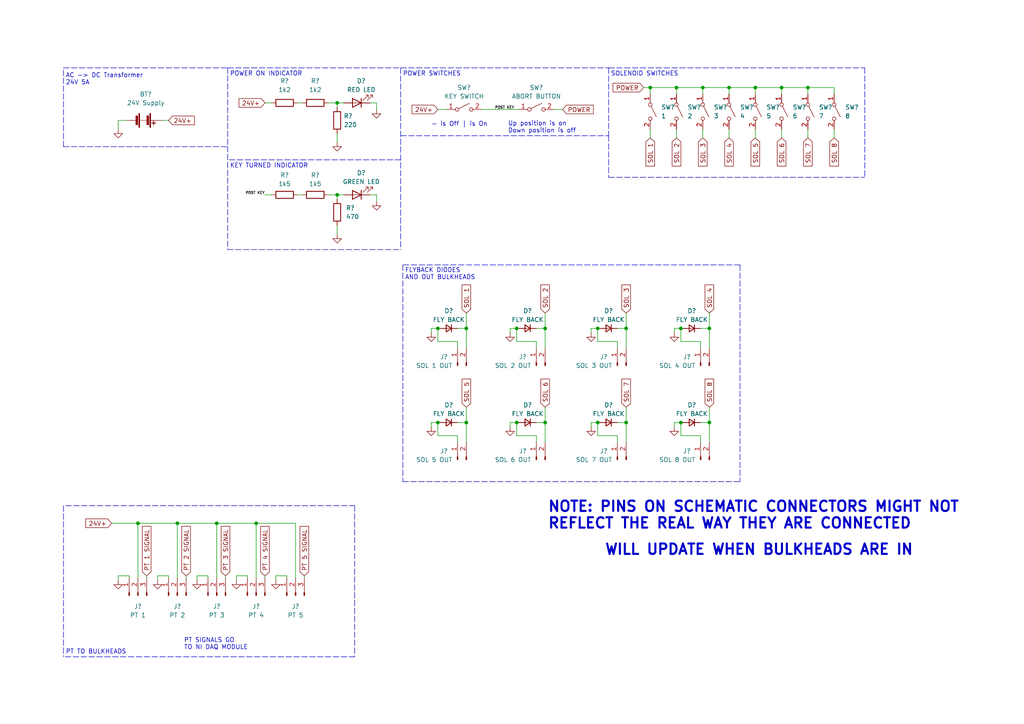
<source format=kicad_sch>
(kicad_sch (version 20211123) (generator eeschema)
  (paper "A4")
  (lib_symbols
    (symbol "Connector:Conn_01x02_Male" (pin_names (offset 1.016) hide)
      (property "Reference" "J" (at 0 2.54 0))
      (property "Value" "Conn_01x02_Male" (at 0 -5.08 0))
      (symbol "Conn_01x02_Male_1_1"
        (polyline (pts (xy 1.27 -2.54) (xy 0.8636 -2.54)) (stroke (width 0.1524)))
        (polyline (pts (xy 1.27 0) (xy 0.8636 0)) (stroke (width 0.1524)))
        (rectangle (start 0.8636 -2.413) (end 0 -2.667) (stroke (width 0.1524)) (fill (type outline)))
        (rectangle (start 0.8636 0.127) (end 0 -0.127) (stroke (width 0.1524)) (fill (type outline)))
        (pin passive line (at 5.08 0 180) (length 3.81) (name "Pin_1") (number "1"))
        (pin passive line (at 5.08 -2.54 180) (length 3.81) (name "Pin_2") (number "2"))
      )
    )
    (symbol "Connector:Conn_01x03_Male" (pin_names (offset 1.016) hide)
      (property "Reference" "J" (at 0 5.08 0))
      (property "Value" "Conn_01x03_Male" (at 0 -5.08 0))
      (symbol "Conn_01x03_Male_1_1"
        (polyline (pts (xy 1.27 -2.54) (xy 0.8636 -2.54)) (stroke (width 0.1524)))
        (polyline (pts (xy 1.27 0) (xy 0.8636 0)) (stroke (width 0.1524)))
        (polyline (pts (xy 1.27 2.54) (xy 0.8636 2.54)) (stroke (width 0.1524)))
        (rectangle (start 0.8636 -2.413) (end 0 -2.667) (stroke (width 0.1524)) (fill (type outline)))
        (rectangle (start 0.8636 0.127) (end 0 -0.127) (stroke (width 0.1524)) (fill (type outline)))
        (rectangle (start 0.8636 2.667) (end 0 2.413) (stroke (width 0.1524)) (fill (type outline)))
        (pin passive line (at 5.08 2.54 180) (length 3.81) (name "Pin_1") (number "1"))
        (pin passive line (at 5.08 0 180) (length 3.81) (name "Pin_2") (number "2"))
        (pin passive line (at 5.08 -2.54 180) (length 3.81) (name "Pin_3") (number "3"))
      )
    )
    (symbol "Device:Battery" (pin_numbers hide) (pin_names (offset 0) hide)
      (property "Reference" "BT" (at 2.54 2.54 0))
      (property "Value" "Battery" (at 2.54 0 0))
      (symbol "Battery_0_1"
        (rectangle (start -2.032 -1.397) (end 2.032 -1.651) (fill (type outline)))
        (rectangle (start -2.032 1.778) (end 2.032 1.524) (fill (type outline)))
        (rectangle (start -1.3208 -1.9812) (end 1.27 -2.4892) (fill (type outline)))
        (rectangle (start -1.3208 1.1938) (end 1.27 0.6858) (fill (type outline)))
        (polyline (pts (xy 0 -1.524) (xy 0 -1.27)))
        (polyline (pts (xy 0 -1.016) (xy 0 -0.762)))
        (polyline (pts (xy 0 -0.508) (xy 0 -0.254)))
        (polyline (pts (xy 0 0) (xy 0 0.254)))
        (polyline (pts (xy 0 0.508) (xy 0 0.762)))
        (polyline (pts (xy 0 1.778) (xy 0 2.54)))
        (polyline (pts (xy 0.254 2.667) (xy 1.27 2.667)) (stroke (width 0.254)))
        (polyline (pts (xy 0.762 3.175) (xy 0.762 2.159)) (stroke (width 0.254)))
      )
      (symbol "Battery_1_1"
        (pin passive line (at 0 5.08 270) (length 2.54) (name "+") (number "1"))
        (pin passive line (at 0 -5.08 90) (length 2.54) (name "-") (number "2"))
      )
    )
    (symbol "Device:D_Small" (pin_numbers hide) (pin_names (offset 0.254) hide)
      (property "Reference" "D" (at -1.27 2.032 0))
      (property "Value" "D_Small" (at -3.81 -2.032 0))
      (symbol "D_Small_0_1"
        (polyline (pts (xy -0.762 -1.016) (xy -0.762 1.016)) (stroke (width 0.254)))
        (polyline (pts (xy -0.762 0) (xy 0.762 0)))
        (polyline (pts (xy 0.762 -1.016) (xy -0.762 0) (xy 0.762 1.016) (xy 0.762 -1.016)) (stroke (width 0.254)))
      )
      (symbol "D_Small_1_1"
        (pin passive line (at -2.54 0 0) (length 1.778) (name "K") (number "1"))
        (pin passive line (at 2.54 0 180) (length 1.778) (name "A") (number "2"))
      )
    )
    (symbol "Device:LED" (pin_numbers hide) (pin_names (offset 1.016) hide)
      (property "Reference" "D" (at 0 2.54 0))
      (property "Value" "LED" (at 0 -2.54 0))
      (symbol "LED_0_1"
        (polyline (pts (xy -1.27 -1.27) (xy -1.27 1.27)) (stroke (width 0.254)))
        (polyline (pts (xy -1.27 0) (xy 1.27 0)))
        (polyline (pts (xy 1.27 -1.27) (xy 1.27 1.27) (xy -1.27 0) (xy 1.27 -1.27)) (stroke (width 0.254)))
        (polyline (pts (xy -3.048 -0.762) (xy -4.572 -2.286) (xy -3.81 -2.286) (xy -4.572 -2.286) (xy -4.572 -1.524)))
        (polyline (pts (xy -1.778 -0.762) (xy -3.302 -2.286) (xy -2.54 -2.286) (xy -3.302 -2.286) (xy -3.302 -1.524)))
      )
      (symbol "LED_1_1"
        (pin passive line (at -3.81 0 0) (length 2.54) (name "K") (number "1"))
        (pin passive line (at 3.81 0 180) (length 2.54) (name "A") (number "2"))
      )
    )
    (symbol "Device:R" (pin_numbers hide) (pin_names (offset 0))
      (property "Reference" "R" (at 2.032 0 90))
      (property "Value" "R" (at 0 0 90))
      (symbol "R_0_1"
        (rectangle (start -1.016 -2.54) (end 1.016 2.54) (stroke (width 0.254)))
      )
      (symbol "R_1_1"
        (pin passive line (at 0 3.81 270) (length 1.27) (name "~") (number "1"))
        (pin passive line (at 0 -3.81 90) (length 1.27) (name "~") (number "2"))
      )
    )
    (symbol "Switch:SW_SPST" (pin_names (offset 0) hide)
      (property "Reference" "SW" (at 0 3.175 0))
      (property "Value" "SW_SPST" (at 0 -2.54 0))
      (symbol "SW_SPST_0_0"
        (circle (center -2.032 0) (radius 0.508))
        (polyline (pts (xy -1.524 0.254) (xy 1.524 1.778)))
        (circle (center 2.032 0) (radius 0.508))
      )
      (symbol "SW_SPST_1_1"
        (pin passive line (at -5.08 0 0) (length 2.54) (name "A") (number "1"))
        (pin passive line (at 5.08 0 180) (length 2.54) (name "B") (number "2"))
      )
    )
    (symbol "power:GND" (power) (pin_names (offset 0))
      (property "Value" "GND" (at 0 -3.81 0))
      (symbol "GND_0_1"
        (polyline (pts (xy 0 0) (xy 0 -1.27) (xy 1.27 -1.27) (xy 0 -2.54) (xy -1.27 -1.27) (xy 0 -1.27)))
      )
      (symbol "GND_1_1"
        (pin power_in line (at 0 0 270) (length 0) hide (name "GND") (number "1"))
      )
    )
  )
  (junction (at 188.595 25.4))
  (junction (at 196.215 25.4))
  (junction (at 127 122.555))
  (junction (at 74.295 151.765))
  (junction (at 197.485 95.25))
  (junction (at 226.695 25.4))
  (junction (at 158.115 95.25))
  (junction (at 135.255 122.555))
  (junction (at 149.86 95.25))
  (junction (at 51.435 151.765))
  (junction (at 205.74 122.555))
  (junction (at 203.835 25.4))
  (junction (at 173.355 95.25))
  (junction (at 181.61 122.555))
  (junction (at 173.355 122.555))
  (junction (at 62.865 151.765))
  (junction (at 205.74 95.25))
  (junction (at 181.61 95.25))
  (junction (at 149.86 122.555))
  (junction (at 127 95.25))
  (junction (at 97.79 29.845))
  (junction (at 219.075 25.4))
  (junction (at 158.115 122.555))
  (junction (at 197.485 122.555))
  (junction (at 234.315 25.4))
  (junction (at 97.79 56.515))
  (junction (at 211.455 25.4))
  (junction (at 40.005 151.765))
  (junction (at 135.255 95.25))
  (wire (pts (xy 196.215 25.4) (xy 203.835 25.4)))
  (wire (pts (xy 173.355 122.555) (xy 171.45 122.555)))
  (wire (pts (xy 135.255 118.11) (xy 135.255 122.555)))
  (wire (pts (xy 203.2 126.365) (xy 197.485 126.365)))
  (polyline (pts (xy 102.87 190.5) (xy 18.415 190.5)))
  (wire (pts (xy 62.865 151.765) (xy 51.435 151.765)))
  (wire (pts (xy 155.575 99.06) (xy 149.86 99.06)))
  (wire (pts (xy 181.61 118.11) (xy 181.61 122.555)))
  (wire (pts (xy 74.295 151.765) (xy 74.295 167.64)))
  (polyline (pts (xy 116.205 19.685) (xy 116.205 72.39)))
  (wire (pts (xy 197.485 95.25) (xy 195.58 95.25)))
  (wire (pts (xy 234.315 25.4) (xy 241.935 25.4)))
  (wire (pts (xy 127 122.555) (xy 125.095 122.555)))
  (wire (pts (xy 57.15 167.005) (xy 57.15 168.275)))
  (wire (pts (xy 71.755 167.64) (xy 71.755 167.005)))
  (wire (pts (xy 173.99 95.25) (xy 173.355 95.25)))
  (wire (pts (xy 62.865 151.765) (xy 62.865 167.64)))
  (wire (pts (xy 51.435 151.765) (xy 51.435 167.64)))
  (wire (pts (xy 74.295 151.765) (xy 62.865 151.765)))
  (wire (pts (xy 60.325 167.64) (xy 60.325 167.005)))
  (wire (pts (xy 149.86 95.25) (xy 147.955 95.25)))
  (wire (pts (xy 219.075 25.4) (xy 226.695 25.4)))
  (wire (pts (xy 147.955 122.555) (xy 147.955 123.825)))
  (wire (pts (xy 65.405 167.005) (xy 65.405 167.64)))
  (wire (pts (xy 40.005 151.765) (xy 32.385 151.765)))
  (wire (pts (xy 40.005 151.765) (xy 40.005 167.64)))
  (wire (pts (xy 149.86 126.365) (xy 149.86 122.555)))
  (wire (pts (xy 97.79 38.735) (xy 97.79 41.275)))
  (wire (pts (xy 83.185 167.64) (xy 83.185 167.005)))
  (polyline (pts (xy 116.205 46.355) (xy 66.04 46.355)))
  (wire (pts (xy 211.455 37.465) (xy 211.455 40.005)))
  (wire (pts (xy 135.255 95.25) (xy 135.255 100.965)))
  (wire (pts (xy 241.935 37.465) (xy 241.935 40.005)))
  (wire (pts (xy 139.7 31.75) (xy 150.495 31.75)))
  (wire (pts (xy 195.58 95.25) (xy 195.58 96.52)))
  (wire (pts (xy 45.72 167.005) (xy 45.72 168.275)))
  (wire (pts (xy 203.2 100.965) (xy 203.2 99.06)))
  (wire (pts (xy 158.115 90.805) (xy 158.115 95.25)))
  (polyline (pts (xy 250.825 19.685) (xy 250.825 51.435)))
  (polyline (pts (xy 66.04 72.39) (xy 116.205 72.39)))
  (wire (pts (xy 173.355 126.365) (xy 173.355 122.555)))
  (wire (pts (xy 158.115 95.25) (xy 158.115 100.965)))
  (wire (pts (xy 107.315 56.515) (xy 109.22 56.515)))
  (polyline (pts (xy 176.53 51.435) (xy 250.825 51.435)))
  (wire (pts (xy 197.485 122.555) (xy 195.58 122.555)))
  (wire (pts (xy 211.455 25.4) (xy 211.455 27.305)))
  (wire (pts (xy 127.635 122.555) (xy 127 122.555)))
  (wire (pts (xy 155.575 100.965) (xy 155.575 99.06)))
  (wire (pts (xy 198.12 95.25) (xy 197.485 95.25)))
  (wire (pts (xy 197.485 126.365) (xy 197.485 122.555)))
  (wire (pts (xy 173.99 122.555) (xy 173.355 122.555)))
  (polyline (pts (xy 214.63 76.835) (xy 116.84 76.835)))
  (wire (pts (xy 127.635 95.25) (xy 127 95.25)))
  (wire (pts (xy 196.215 37.465) (xy 196.215 40.005)))
  (wire (pts (xy 205.74 90.805) (xy 205.74 95.25)))
  (wire (pts (xy 173.355 99.06) (xy 173.355 95.25)))
  (wire (pts (xy 226.695 25.4) (xy 226.695 27.305)))
  (wire (pts (xy 88.265 167.005) (xy 88.265 167.64)))
  (wire (pts (xy 158.115 118.11) (xy 158.115 122.555)))
  (wire (pts (xy 219.075 37.465) (xy 219.075 40.005)))
  (wire (pts (xy 160.655 31.75) (xy 163.195 31.75)))
  (wire (pts (xy 241.935 25.4) (xy 241.935 27.305)))
  (wire (pts (xy 197.485 99.06) (xy 197.485 95.25)))
  (wire (pts (xy 181.61 122.555) (xy 181.61 128.27)))
  (wire (pts (xy 86.36 56.515) (xy 87.63 56.515)))
  (polyline (pts (xy 176.53 19.685) (xy 176.53 39.37)))
  (polyline (pts (xy 19.05 146.685) (xy 102.87 146.685)))
  (wire (pts (xy 203.2 99.06) (xy 197.485 99.06)))
  (wire (pts (xy 85.725 167.64) (xy 85.725 151.765)))
  (wire (pts (xy 179.07 99.06) (xy 173.355 99.06)))
  (wire (pts (xy 179.07 95.25) (xy 181.61 95.25)))
  (wire (pts (xy 150.495 122.555) (xy 149.86 122.555)))
  (polyline (pts (xy 18.415 19.685) (xy 66.04 19.685)))
  (wire (pts (xy 125.095 122.555) (xy 125.095 123.825)))
  (wire (pts (xy 203.835 25.4) (xy 203.835 27.305)))
  (wire (pts (xy 127 95.25) (xy 125.095 95.25)))
  (polyline (pts (xy 214.63 76.835) (xy 214.63 139.7)))
  (wire (pts (xy 155.575 126.365) (xy 149.86 126.365)))
  (wire (pts (xy 188.595 37.465) (xy 188.595 40.005)))
  (wire (pts (xy 71.755 167.005) (xy 68.58 167.005)))
  (wire (pts (xy 188.595 25.4) (xy 196.215 25.4)))
  (wire (pts (xy 196.215 27.305) (xy 196.215 25.4)))
  (wire (pts (xy 186.69 25.4) (xy 188.595 25.4)))
  (wire (pts (xy 155.575 95.25) (xy 158.115 95.25)))
  (wire (pts (xy 219.075 25.4) (xy 219.075 27.305)))
  (wire (pts (xy 155.575 122.555) (xy 158.115 122.555)))
  (wire (pts (xy 171.45 122.555) (xy 171.45 123.825)))
  (wire (pts (xy 125.095 95.25) (xy 125.095 96.52)))
  (wire (pts (xy 76.835 167.005) (xy 76.835 167.64)))
  (wire (pts (xy 181.61 90.805) (xy 181.61 95.25)))
  (wire (pts (xy 109.22 29.845) (xy 109.22 31.75)))
  (wire (pts (xy 188.595 25.4) (xy 188.595 27.305)))
  (wire (pts (xy 46.99 34.925) (xy 48.895 34.925)))
  (wire (pts (xy 234.315 25.4) (xy 234.315 27.305)))
  (wire (pts (xy 76.835 56.515) (xy 78.74 56.515)))
  (wire (pts (xy 80.01 167.005) (xy 80.01 168.275)))
  (wire (pts (xy 83.185 167.005) (xy 80.01 167.005)))
  (polyline (pts (xy 116.205 39.37) (xy 176.53 39.37)))
  (wire (pts (xy 179.07 122.555) (xy 181.61 122.555)))
  (wire (pts (xy 68.58 167.005) (xy 68.58 168.275)))
  (polyline (pts (xy 18.415 42.545) (xy 66.04 42.545)))
  (wire (pts (xy 203.2 95.25) (xy 205.74 95.25)))
  (wire (pts (xy 76.835 29.845) (xy 78.74 29.845)))
  (polyline (pts (xy 176.53 39.37) (xy 176.53 51.435)))
  (wire (pts (xy 147.955 95.25) (xy 147.955 96.52)))
  (polyline (pts (xy 116.205 19.685) (xy 176.53 19.685)))
  (wire (pts (xy 95.25 56.515) (xy 97.79 56.515)))
  (wire (pts (xy 179.07 128.27) (xy 179.07 126.365)))
  (wire (pts (xy 48.895 167.005) (xy 45.72 167.005)))
  (polyline (pts (xy 116.84 76.835) (xy 116.84 139.7)))
  (wire (pts (xy 226.695 25.4) (xy 234.315 25.4)))
  (wire (pts (xy 34.29 34.925) (xy 34.29 37.465)))
  (wire (pts (xy 158.115 122.555) (xy 158.115 128.27)))
  (wire (pts (xy 179.07 100.965) (xy 179.07 99.06)))
  (wire (pts (xy 179.07 126.365) (xy 173.355 126.365)))
  (polyline (pts (xy 66.04 46.99) (xy 66.04 72.39)))
  (wire (pts (xy 149.86 122.555) (xy 147.955 122.555)))
  (wire (pts (xy 51.435 151.765) (xy 40.005 151.765)))
  (wire (pts (xy 203.2 128.27) (xy 203.2 126.365)))
  (wire (pts (xy 234.315 37.465) (xy 234.315 40.005)))
  (wire (pts (xy 173.355 95.25) (xy 171.45 95.25)))
  (polyline (pts (xy 66.04 46.355) (xy 66.04 42.545)))
  (wire (pts (xy 226.695 37.465) (xy 226.695 40.005)))
  (wire (pts (xy 97.79 56.515) (xy 99.695 56.515)))
  (wire (pts (xy 97.79 56.515) (xy 97.79 57.785)))
  (wire (pts (xy 132.715 126.365) (xy 127 126.365)))
  (wire (pts (xy 132.715 99.06) (xy 127 99.06)))
  (wire (pts (xy 155.575 128.27) (xy 155.575 126.365)))
  (wire (pts (xy 205.74 95.25) (xy 205.74 100.965)))
  (wire (pts (xy 203.835 25.4) (xy 211.455 25.4)))
  (wire (pts (xy 97.79 65.405) (xy 97.79 67.945)))
  (wire (pts (xy 37.465 167.64) (xy 37.465 167.005)))
  (wire (pts (xy 34.29 167.005) (xy 34.29 168.275)))
  (wire (pts (xy 60.325 167.005) (xy 57.15 167.005)))
  (polyline (pts (xy 18.415 146.685) (xy 18.415 190.5)))
  (wire (pts (xy 211.455 25.4) (xy 219.075 25.4)))
  (wire (pts (xy 127 31.75) (xy 129.54 31.75)))
  (polyline (pts (xy 66.04 19.685) (xy 66.04 42.545)))
  (wire (pts (xy 135.255 122.555) (xy 135.255 128.27)))
  (wire (pts (xy 107.315 29.845) (xy 109.22 29.845)))
  (wire (pts (xy 149.86 99.06) (xy 149.86 95.25)))
  (wire (pts (xy 97.79 29.845) (xy 97.79 31.115)))
  (wire (pts (xy 85.725 151.765) (xy 74.295 151.765)))
  (wire (pts (xy 205.74 122.555) (xy 205.74 128.27)))
  (wire (pts (xy 203.2 122.555) (xy 205.74 122.555)))
  (wire (pts (xy 132.715 122.555) (xy 135.255 122.555)))
  (wire (pts (xy 195.58 122.555) (xy 195.58 123.825)))
  (wire (pts (xy 109.22 56.515) (xy 109.22 58.42)))
  (polyline (pts (xy 176.53 19.685) (xy 250.825 19.685)))
  (wire (pts (xy 86.36 29.845) (xy 87.63 29.845)))
  (wire (pts (xy 127 99.06) (xy 127 95.25)))
  (wire (pts (xy 150.495 95.25) (xy 149.86 95.25)))
  (wire (pts (xy 132.715 100.965) (xy 132.715 99.06)))
  (wire (pts (xy 198.12 122.555) (xy 197.485 122.555)))
  (wire (pts (xy 53.975 167.005) (xy 53.975 167.64)))
  (wire (pts (xy 95.25 29.845) (xy 97.79 29.845)))
  (wire (pts (xy 127 126.365) (xy 127 122.555)))
  (wire (pts (xy 36.83 34.925) (xy 34.29 34.925)))
  (wire (pts (xy 97.79 29.845) (xy 99.695 29.845)))
  (wire (pts (xy 42.545 167.005) (xy 42.545 167.64)))
  (polyline (pts (xy 18.415 42.545) (xy 18.415 19.685)))
  (wire (pts (xy 171.45 95.25) (xy 171.45 96.52)))
  (wire (pts (xy 48.895 167.64) (xy 48.895 167.005)))
  (wire (pts (xy 205.74 118.11) (xy 205.74 122.555)))
  (wire (pts (xy 181.61 95.25) (xy 181.61 100.965)))
  (wire (pts (xy 37.465 167.005) (xy 34.29 167.005)))
  (wire (pts (xy 132.715 95.25) (xy 135.255 95.25)))
  (polyline (pts (xy 66.04 19.685) (xy 116.205 19.685)))
  (polyline (pts (xy 116.84 139.7) (xy 214.63 139.7)))
  (wire (pts (xy 135.255 90.805) (xy 135.255 95.25)))
  (polyline (pts (xy 102.87 146.685) (xy 102.87 190.5)))
  (wire (pts (xy 203.835 37.465) (xy 203.835 40.005)))
  (wire (pts (xy 132.715 128.27) (xy 132.715 126.365)))
  (text "WILL UPDATE WHEN BULKHEADS ARE IN" (at 175.26 161.29 0) (effects (font (size 3 3) (thickness 0.6) bold) (justify left bottom)))
  (text "PT SIGNALS GO \nTO NI DAQ MODULE" (at 53.34 188.595 0) (effects (font (size 1.27 1.27)) (justify left bottom)))
  (text "- is Off | is On" (at 125.095 36.83 0) (effects (font (size 1.27 1.27)) (justify left bottom)))
  (text "KEY TURNED INDICATOR" (at 66.675 48.895 0) (effects (font (size 1.27 1.27)) (justify left bottom)))
  (text "AC -> DC Transformer\n24V 5A" (at 19.05 24.765 0) (effects (font (size 1.27 1.27)) (justify left bottom)))
  (text "POWER SWITCHES" (at 116.84 22.225 0) (effects (font (size 1.27 1.27)) (justify left bottom)))
  (text "SOLENOID SWITCHES" (at 177.165 22.225 0) (effects (font (size 1.27 1.27)) (justify left bottom)))
  (text "Up position is on \nDown position is off" (at 147.32 38.735 0) (effects (font (size 1.27 1.27)) (justify left bottom)))
  (text "FLYBACK DIODES \nAND OUT BULKHEADS" (at 117.475 81.28 0) (effects (font (size 1.27 1.27)) (justify left bottom)))
  (text "POWER ON INDICATOR" (at 66.675 22.225 0) (effects (font (size 1.27 1.27)) (justify left bottom)))
  (text "PT TO BULKHEADS" (at 19.05 189.865 0) (effects (font (size 1.27 1.27)) (justify left bottom)))
  (text "NOTE: PINS ON SCHEMATIC CONNECTORS MIGHT NOT \nREFLECT THE REAL WAY THEY ARE CONNECTED" (at 158.75 153.67 0) (effects (font (size 3 3) (thickness 0.6) bold) (justify left bottom)))
  (label "POST KEY" (at 76.835 56.515 180) (effects (font (size 0.75 0.75))))
  (label "POST KEY" (at 143.51 31.75 0) (effects (font (size 0.75 0.75))))
  (global_label "SOL 5" (shape input) (at 135.255 118.11 90) (property "Intersheet References" "${INTERSHEET_REFS}" (effects hide)))
  (global_label "PT 3 SIGNAL" (shape input) (at 65.405 167.005 90) (property "Intersheet References" "${INTERSHEET_REFS}" (effects hide)))
  (global_label "SOL 1" (shape input) (at 188.595 40.005 270) (property "Intersheet References" "${INTERSHEET_REFS}" (effects hide)))
  (global_label "SOL 3" (shape input) (at 203.835 40.005 270) (property "Intersheet References" "${INTERSHEET_REFS}" (effects hide)))
  (global_label "24V+" (shape input) (at 48.895 34.925 0) (property "Intersheet References" "${INTERSHEET_REFS}" (effects hide)))
  (global_label "SOL 6" (shape input) (at 158.115 118.11 90) (property "Intersheet References" "${INTERSHEET_REFS}" (effects hide)))
  (global_label "SOL 5" (shape input) (at 219.075 40.005 270) (property "Intersheet References" "${INTERSHEET_REFS}" (effects hide)))
  (global_label "SOL 4" (shape input) (at 205.74 90.805 90) (property "Intersheet References" "${INTERSHEET_REFS}" (effects hide)))
  (global_label "SOL 2" (shape input) (at 196.215 40.005 270) (property "Intersheet References" "${INTERSHEET_REFS}" (effects hide)))
  (global_label "SOL 1" (shape input) (at 135.255 90.805 90) (property "Intersheet References" "${INTERSHEET_REFS}" (effects hide)))
  (global_label "PT 5 SIGNAL" (shape input) (at 88.265 167.005 90) (property "Intersheet References" "${INTERSHEET_REFS}" (effects hide)))
  (global_label "POWER" (shape input) (at 186.69 25.4 180) (property "Intersheet References" "${INTERSHEET_REFS}" (effects hide)))
  (global_label "24V+" (shape input) (at 76.835 29.845 180) (property "Intersheet References" "${INTERSHEET_REFS}" (effects hide)))
  (global_label "SOL 7" (shape input) (at 181.61 118.11 90) (property "Intersheet References" "${INTERSHEET_REFS}" (effects hide)))
  (global_label "PT 1 SIGNAL" (shape input) (at 42.545 167.005 90) (property "Intersheet References" "${INTERSHEET_REFS}" (effects hide)))
  (global_label "24V+" (shape input) (at 32.385 151.765 180) (property "Intersheet References" "${INTERSHEET_REFS}" (effects hide)))
  (global_label "PT 2 SIGNAL" (shape input) (at 53.975 167.005 90) (property "Intersheet References" "${INTERSHEET_REFS}" (effects hide)))
  (global_label "SOL 7" (shape input) (at 234.315 40.005 270) (property "Intersheet References" "${INTERSHEET_REFS}" (effects hide)))
  (global_label "SOL 6" (shape input) (at 226.695 40.005 270) (property "Intersheet References" "${INTERSHEET_REFS}" (effects hide)))
  (global_label "24V+" (shape input) (at 127 31.75 180) (property "Intersheet References" "${INTERSHEET_REFS}" (effects hide)))
  (global_label "SOL 8" (shape input) (at 241.935 40.005 270) (property "Intersheet References" "${INTERSHEET_REFS}" (effects hide)))
  (global_label "SOL 2" (shape input) (at 158.115 90.805 90) (property "Intersheet References" "${INTERSHEET_REFS}" (effects hide)))
  (global_label "SOL 4" (shape input) (at 211.455 40.005 270) (property "Intersheet References" "${INTERSHEET_REFS}" (effects hide)))
  (global_label "PT 4 SIGNAL" (shape input) (at 76.835 167.005 90) (property "Intersheet References" "${INTERSHEET_REFS}" (effects hide)))
  (global_label "SOL 8" (shape input) (at 205.74 118.11 90) (property "Intersheet References" "${INTERSHEET_REFS}" (effects hide)))
  (global_label "SOL 3" (shape input) (at 181.61 90.805 90) (property "Intersheet References" "${INTERSHEET_REFS}" (effects hide)))
  (global_label "POWER" (shape input) (at 163.195 31.75 0) (property "Intersheet References" "${INTERSHEET_REFS}" (effects hide)))
  (symbol (lib_id "Device:R") (at 97.79 61.595 180) (unit 1)
    (property "Reference" "R?" (at 100.33 60.3249 0) (effects (justify right)))
    (property "Value" "470" (at 100.33 62.8649 0) (effects (justify right)))
  )
  (symbol (lib_id "Device:LED") (at 103.505 29.845 180) (unit 1)
    (property "Reference" "D?" (at 104.775 23.495 0))
    (property "Value" "RED LED" (at 104.775 26.035 0))
  )
  (symbol (lib_id "power:GND") (at 125.095 123.825 0) (unit 1)
    (property "Reference" "#PWR?" (effects hide))
    (property "Value" "GND" (effects hide))
  )
  (symbol (lib_id "power:GND") (at 34.29 37.465 0) (unit 1)
    (property "Reference" "#PWR?" (effects hide))
    (property "Value" "GND" (effects hide))
  )
  (symbol (lib_id "Switch:SW_SPST") (at 155.575 31.75 0) (unit 1)
    (property "Reference" "SW?" (at 155.575 25.4 0))
    (property "Value" "ABORT BUTTON" (at 155.575 27.94 0))
  )
  (symbol (lib_id "power:GND") (at 125.095 96.52 0) (unit 1)
    (property "Reference" "#PWR?" (effects hide))
    (property "Value" "GND" (effects hide))
  )
  (symbol (lib_id "power:GND") (at 97.79 67.945 0) (unit 1)
    (property "Reference" "#PWR?" (effects hide))
    (property "Value" "GND" (effects hide))
  )
  (symbol (lib_id "Device:D_Small") (at 153.035 122.555 180) (unit 1)
    (property "Reference" "D?" (at 153.035 117.475 0))
    (property "Value" "FLY BACK" (at 153.035 120.015 0))
  )
  (symbol (lib_id "power:GND") (at 109.22 58.42 0) (unit 1)
    (property "Reference" "#PWR?" (effects hide))
    (property "Value" "GND" (effects hide))
  )
  (symbol (lib_id "Switch:SW_SPST") (at 226.695 32.385 270) (unit 1)
    (property "Reference" "SW?" (at 229.87 31.1149 90) (effects (justify left)))
    (property "Value" "6" (at 229.87 33.6549 90) (effects (justify left)))
  )
  (symbol (lib_id "power:GND") (at 68.58 168.275 0) (unit 1)
    (property "Reference" "#PWR?" (effects hide))
    (property "Value" "GND" (effects hide))
  )
  (symbol (lib_id "Switch:SW_SPST") (at 241.935 32.385 270) (unit 1)
    (property "Reference" "SW?" (at 245.11 31.1149 90) (effects (justify left)))
    (property "Value" "8" (at 245.11 33.6549 90) (effects (justify left)))
  )
  (symbol (lib_id "Device:D_Small") (at 130.175 122.555 180) (unit 1)
    (property "Reference" "D?" (at 130.175 117.475 0))
    (property "Value" "FLY BACK" (at 130.175 120.015 0))
  )
  (symbol (lib_id "Device:LED") (at 103.505 56.515 180) (unit 1)
    (property "Reference" "D?" (at 104.775 50.165 0))
    (property "Value" "GREEN LED" (at 104.775 52.705 0))
  )
  (symbol (lib_id "power:GND") (at 195.58 96.52 0) (unit 1)
    (property "Reference" "#PWR?" (effects hide))
    (property "Value" "GND" (effects hide))
  )
  (symbol (lib_id "Connector:Conn_01x03_Male") (at 62.865 172.72 90) (unit 1)
    (property "Reference" "J?" (at 62.865 175.895 90))
    (property "Value" "PT 3" (at 62.865 178.435 90))
  )
  (symbol (lib_id "power:GND") (at 45.72 168.275 0) (unit 1)
    (property "Reference" "#PWR?" (effects hide))
    (property "Value" "GND" (effects hide))
  )
  (symbol (lib_id "power:GND") (at 171.45 123.825 0) (unit 1)
    (property "Reference" "#PWR?" (effects hide))
    (property "Value" "GND" (effects hide))
  )
  (symbol (lib_id "Device:D_Small") (at 200.66 122.555 180) (unit 1)
    (property "Reference" "D?" (at 200.66 117.475 0))
    (property "Value" "FLY BACK" (at 200.66 120.015 0))
  )
  (symbol (lib_id "Connector:Conn_01x03_Male") (at 51.435 172.72 90) (unit 1)
    (property "Reference" "J?" (at 51.435 175.895 90))
    (property "Value" "PT 2" (at 51.435 178.435 90))
  )
  (symbol (lib_id "Switch:SW_SPST") (at 219.075 32.385 270) (unit 1)
    (property "Reference" "SW?" (at 222.25 31.1149 90) (effects (justify left)))
    (property "Value" "5" (at 222.25 33.6549 90) (effects (justify left)))
  )
  (symbol (lib_id "Device:D_Small") (at 153.035 95.25 180) (unit 1)
    (property "Reference" "D?" (at 153.035 90.17 0))
    (property "Value" "FLY BACK" (at 153.035 92.71 0))
  )
  (symbol (lib_id "power:GND") (at 80.01 168.275 0) (unit 1)
    (property "Reference" "#PWR?" (effects hide))
    (property "Value" "GND" (effects hide))
  )
  (symbol (lib_id "Switch:SW_SPST") (at 211.455 32.385 270) (unit 1)
    (property "Reference" "SW?" (at 214.63 31.1149 90) (effects (justify left)))
    (property "Value" "4" (at 214.63 33.6549 90) (effects (justify left)))
  )
  (symbol (lib_id "Switch:SW_SPST") (at 234.315 32.385 270) (unit 1)
    (property "Reference" "SW?" (at 237.49 31.1149 90) (effects (justify left)))
    (property "Value" "7" (at 237.49 33.6549 90) (effects (justify left)))
  )
  (symbol (lib_id "Connector:Conn_01x02_Male") (at 132.715 106.045 90) (unit 1)
    (property "Reference" "J?" (at 127.635 103.505 90) (effects (justify right)))
    (property "Value" "SOL 1 OUT" (at 120.65 106.045 90) (effects (justify right)))
  )
  (symbol (lib_id "Device:R") (at 97.79 34.925 180) (unit 1)
    (property "Reference" "R?" (at 99.695 33.6549 0) (effects (justify right)))
    (property "Value" "220" (at 99.695 36.1949 0) (effects (justify right)))
  )
  (symbol (lib_id "Connector:Conn_01x03_Male") (at 74.295 172.72 90) (unit 1)
    (property "Reference" "J?" (at 74.295 175.895 90))
    (property "Value" "PT 4" (at 74.295 178.435 90))
  )
  (symbol (lib_id "power:GND") (at 34.29 168.275 0) (unit 1)
    (property "Reference" "#PWR?" (effects hide))
    (property "Value" "GND" (effects hide))
  )
  (symbol (lib_id "Device:D_Small") (at 176.53 95.25 180) (unit 1)
    (property "Reference" "D?" (at 176.53 90.17 0))
    (property "Value" "FLY BACK" (at 176.53 92.71 0))
  )
  (symbol (lib_id "Switch:SW_SPST") (at 188.595 32.385 270) (unit 1)
    (property "Reference" "SW?" (at 191.77 31.1149 90) (effects (justify left)))
    (property "Value" "1" (at 191.77 33.6549 90) (effects (justify left)))
  )
  (symbol (lib_id "Connector:Conn_01x03_Male") (at 85.725 172.72 90) (unit 1)
    (property "Reference" "J?" (at 85.725 175.895 90))
    (property "Value" "PT 5" (at 85.725 178.435 90))
  )
  (symbol (lib_id "Switch:SW_SPST") (at 203.835 32.385 270) (unit 1)
    (property "Reference" "SW?" (at 207.01 31.1149 90) (effects (justify left)))
    (property "Value" "3" (at 207.01 33.6549 90) (effects (justify left)))
  )
  (symbol (lib_id "power:GND") (at 147.955 96.52 0) (unit 1)
    (property "Reference" "#PWR?" (effects hide))
    (property "Value" "GND" (effects hide))
  )
  (symbol (lib_id "power:GND") (at 171.45 96.52 0) (unit 1)
    (property "Reference" "#PWR?" (effects hide))
    (property "Value" "GND" (effects hide))
  )
  (symbol (lib_id "Connector:Conn_01x02_Male") (at 155.575 133.35 90) (unit 1)
    (property "Reference" "J?" (at 150.495 130.81 90) (effects (justify right)))
    (property "Value" "SOL 6 OUT" (at 143.51 133.35 90) (effects (justify right)))
  )
  (symbol (lib_id "Device:D_Small") (at 200.66 95.25 180) (unit 1)
    (property "Reference" "D?" (at 200.66 90.17 0))
    (property "Value" "FLY BACK" (at 200.66 92.71 0))
  )
  (symbol (lib_id "power:GND") (at 109.22 31.75 0) (unit 1)
    (property "Reference" "#PWR?" (effects hide))
    (property "Value" "GND" (effects hide))
  )
  (symbol (lib_id "Connector:Conn_01x02_Male") (at 179.07 106.045 90) (unit 1)
    (property "Reference" "J?" (at 173.99 103.505 90) (effects (justify right)))
    (property "Value" "SOL 3 OUT" (at 167.005 106.045 90) (effects (justify right)))
  )
  (symbol (lib_id "Connector:Conn_01x02_Male") (at 203.2 133.35 90) (unit 1)
    (property "Reference" "J?" (at 198.12 130.81 90) (effects (justify right)))
    (property "Value" "SOL 8 OUT" (at 191.135 133.35 90) (effects (justify right)))
  )
  (symbol (lib_id "Connector:Conn_01x02_Male") (at 132.715 133.35 90) (unit 1)
    (property "Reference" "J?" (at 127.635 130.81 90) (effects (justify right)))
    (property "Value" "SOL 5 OUT" (at 120.65 133.35 90) (effects (justify right)))
  )
  (symbol (lib_id "Device:R") (at 91.44 29.845 270) (unit 1)
    (property "Reference" "R?" (at 91.44 23.495 90))
    (property "Value" "1k2" (at 91.44 26.035 90))
  )
  (symbol (lib_id "power:GND") (at 97.79 41.275 0) (unit 1)
    (property "Reference" "#PWR?" (effects hide))
    (property "Value" "GND" (effects hide))
  )
  (symbol (lib_id "Connector:Conn_01x03_Male") (at 40.005 172.72 90) (unit 1)
    (property "Reference" "J?" (at 40.005 175.895 90))
    (property "Value" "PT 1" (at 40.005 178.435 90))
  )
  (symbol (lib_id "Device:R") (at 91.44 56.515 270) (unit 1)
    (property "Reference" "R?" (at 91.44 50.8 90))
    (property "Value" "1k5" (at 91.44 53.34 90))
  )
  (symbol (lib_id "power:GND") (at 57.15 168.275 0) (unit 1)
    (property "Reference" "#PWR?" (effects hide))
    (property "Value" "GND" (effects hide))
  )
  (symbol (lib_id "Connector:Conn_01x02_Male") (at 179.07 133.35 90) (unit 1)
    (property "Reference" "J?" (at 173.99 130.81 90) (effects (justify right)))
    (property "Value" "SOL 7 OUT" (at 167.005 133.35 90) (effects (justify right)))
  )
  (symbol (lib_id "Device:Battery") (at 41.91 34.925 270) (unit 1)
    (property "Reference" "BT?" (at 42.291 27.305 90))
    (property "Value" "24V Supply" (at 42.291 29.845 90))
  )
  (symbol (lib_id "power:GND") (at 195.58 123.825 0) (unit 1)
    (property "Reference" "#PWR?" (effects hide))
    (property "Value" "GND" (effects hide))
  )
  (symbol (lib_id "Switch:SW_SPST") (at 134.62 31.75 0) (unit 1)
    (property "Reference" "SW?" (at 134.62 25.4 0))
    (property "Value" "KEY SWITCH" (at 134.62 27.94 0))
  )
  (symbol (lib_id "Connector:Conn_01x02_Male") (at 203.2 106.045 90) (unit 1)
    (property "Reference" "J?" (at 198.12 103.505 90) (effects (justify right)))
    (property "Value" "SOL 4 OUT" (at 191.135 106.045 90) (effects (justify right)))
  )
  (symbol (lib_id "power:GND") (at 147.955 123.825 0) (unit 1)
    (property "Reference" "#PWR?" (effects hide))
    (property "Value" "GND" (effects hide))
  )
  (symbol (lib_id "Device:R") (at 82.55 56.515 270) (unit 1)
    (property "Reference" "R?" (at 82.55 50.8 90))
    (property "Value" "1k5" (at 82.55 53.34 90))
  )
  (symbol (lib_id "Connector:Conn_01x02_Male") (at 155.575 106.045 90) (unit 1)
    (property "Reference" "J?" (at 150.495 103.505 90) (effects (justify right)))
    (property "Value" "SOL 2 OUT" (at 143.51 106.045 90) (effects (justify right)))
  )
  (symbol (lib_id "Device:R") (at 82.55 29.845 270) (unit 1)
    (property "Reference" "R?" (at 82.55 23.495 90))
    (property "Value" "1k2" (at 82.55 26.035 90))
  )
  (symbol (lib_id "Device:D_Small") (at 130.175 95.25 180) (unit 1)
    (property "Reference" "D?" (at 130.175 90.17 0))
    (property "Value" "FLY BACK" (at 130.175 92.71 0))
  )
  (symbol (lib_id "Device:D_Small") (at 176.53 122.555 180) (unit 1)
    (property "Reference" "D?" (at 176.53 117.475 0))
    (property "Value" "FLY BACK" (at 176.53 120.015 0))
  )
  (symbol (lib_id "Switch:SW_SPST") (at 196.215 32.385 270) (unit 1)
    (property "Reference" "SW?" (at 199.39 31.1149 90) (effects (justify left)))
    (property "Value" "2" (at 199.39 33.6549 90) (effects (justify left)))
  )
)
</source>
